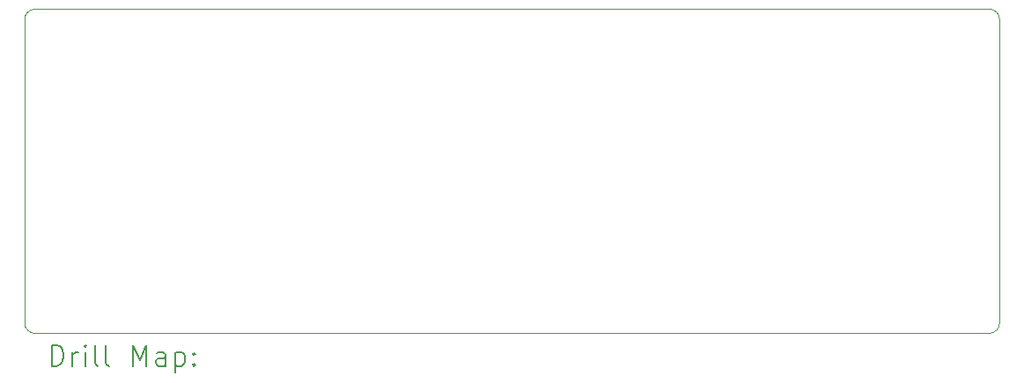
<source format=gbr>
%TF.GenerationSoftware,KiCad,Pcbnew,8.0.3*%
%TF.CreationDate,2024-06-24T09:54:49+02:00*%
%TF.ProjectId,Phase Amplitude Detector,50686173-6520-4416-9d70-6c6974756465,rev?*%
%TF.SameCoordinates,Original*%
%TF.FileFunction,Drillmap*%
%TF.FilePolarity,Positive*%
%FSLAX45Y45*%
G04 Gerber Fmt 4.5, Leading zero omitted, Abs format (unit mm)*
G04 Created by KiCad (PCBNEW 8.0.3) date 2024-06-24 09:54:49*
%MOMM*%
%LPD*%
G01*
G04 APERTURE LIST*
%ADD10C,0.050000*%
%ADD11C,0.200000*%
G04 APERTURE END LIST*
D10*
X14999384Y-4748884D02*
X5824384Y-4748884D01*
X15099384Y-7773884D02*
X15099384Y-4848884D01*
X15099384Y-7773884D02*
G75*
G02*
X14999384Y-7873884I-100004J4D01*
G01*
X5824384Y-7873884D02*
X14999384Y-7873884D01*
X5824384Y-7873884D02*
G75*
G02*
X5724376Y-7773884I-4J100004D01*
G01*
X5724384Y-4848884D02*
X5724384Y-7773884D01*
X5724384Y-4848884D02*
G75*
G02*
X5824384Y-4748884I99996J4D01*
G01*
X14999384Y-4748884D02*
G75*
G02*
X15099376Y-4848884I-4J-99996D01*
G01*
D11*
X5982661Y-8187868D02*
X5982661Y-7987868D01*
X5982661Y-7987868D02*
X6030280Y-7987868D01*
X6030280Y-7987868D02*
X6058851Y-7997392D01*
X6058851Y-7997392D02*
X6077899Y-8016439D01*
X6077899Y-8016439D02*
X6087423Y-8035487D01*
X6087423Y-8035487D02*
X6096946Y-8073582D01*
X6096946Y-8073582D02*
X6096946Y-8102153D01*
X6096946Y-8102153D02*
X6087423Y-8140249D01*
X6087423Y-8140249D02*
X6077899Y-8159296D01*
X6077899Y-8159296D02*
X6058851Y-8178344D01*
X6058851Y-8178344D02*
X6030280Y-8187868D01*
X6030280Y-8187868D02*
X5982661Y-8187868D01*
X6182661Y-8187868D02*
X6182661Y-8054534D01*
X6182661Y-8092630D02*
X6192184Y-8073582D01*
X6192184Y-8073582D02*
X6201708Y-8064058D01*
X6201708Y-8064058D02*
X6220756Y-8054534D01*
X6220756Y-8054534D02*
X6239804Y-8054534D01*
X6306470Y-8187868D02*
X6306470Y-8054534D01*
X6306470Y-7987868D02*
X6296946Y-7997392D01*
X6296946Y-7997392D02*
X6306470Y-8006915D01*
X6306470Y-8006915D02*
X6315994Y-7997392D01*
X6315994Y-7997392D02*
X6306470Y-7987868D01*
X6306470Y-7987868D02*
X6306470Y-8006915D01*
X6430280Y-8187868D02*
X6411232Y-8178344D01*
X6411232Y-8178344D02*
X6401708Y-8159296D01*
X6401708Y-8159296D02*
X6401708Y-7987868D01*
X6535042Y-8187868D02*
X6515994Y-8178344D01*
X6515994Y-8178344D02*
X6506470Y-8159296D01*
X6506470Y-8159296D02*
X6506470Y-7987868D01*
X6763613Y-8187868D02*
X6763613Y-7987868D01*
X6763613Y-7987868D02*
X6830280Y-8130725D01*
X6830280Y-8130725D02*
X6896946Y-7987868D01*
X6896946Y-7987868D02*
X6896946Y-8187868D01*
X7077899Y-8187868D02*
X7077899Y-8083106D01*
X7077899Y-8083106D02*
X7068375Y-8064058D01*
X7068375Y-8064058D02*
X7049327Y-8054534D01*
X7049327Y-8054534D02*
X7011232Y-8054534D01*
X7011232Y-8054534D02*
X6992184Y-8064058D01*
X7077899Y-8178344D02*
X7058851Y-8187868D01*
X7058851Y-8187868D02*
X7011232Y-8187868D01*
X7011232Y-8187868D02*
X6992184Y-8178344D01*
X6992184Y-8178344D02*
X6982661Y-8159296D01*
X6982661Y-8159296D02*
X6982661Y-8140249D01*
X6982661Y-8140249D02*
X6992184Y-8121201D01*
X6992184Y-8121201D02*
X7011232Y-8111677D01*
X7011232Y-8111677D02*
X7058851Y-8111677D01*
X7058851Y-8111677D02*
X7077899Y-8102153D01*
X7173137Y-8054534D02*
X7173137Y-8254534D01*
X7173137Y-8064058D02*
X7192184Y-8054534D01*
X7192184Y-8054534D02*
X7230280Y-8054534D01*
X7230280Y-8054534D02*
X7249327Y-8064058D01*
X7249327Y-8064058D02*
X7258851Y-8073582D01*
X7258851Y-8073582D02*
X7268375Y-8092630D01*
X7268375Y-8092630D02*
X7268375Y-8149772D01*
X7268375Y-8149772D02*
X7258851Y-8168820D01*
X7258851Y-8168820D02*
X7249327Y-8178344D01*
X7249327Y-8178344D02*
X7230280Y-8187868D01*
X7230280Y-8187868D02*
X7192184Y-8187868D01*
X7192184Y-8187868D02*
X7173137Y-8178344D01*
X7354089Y-8168820D02*
X7363613Y-8178344D01*
X7363613Y-8178344D02*
X7354089Y-8187868D01*
X7354089Y-8187868D02*
X7344565Y-8178344D01*
X7344565Y-8178344D02*
X7354089Y-8168820D01*
X7354089Y-8168820D02*
X7354089Y-8187868D01*
X7354089Y-8064058D02*
X7363613Y-8073582D01*
X7363613Y-8073582D02*
X7354089Y-8083106D01*
X7354089Y-8083106D02*
X7344565Y-8073582D01*
X7344565Y-8073582D02*
X7354089Y-8064058D01*
X7354089Y-8064058D02*
X7354089Y-8083106D01*
M02*

</source>
